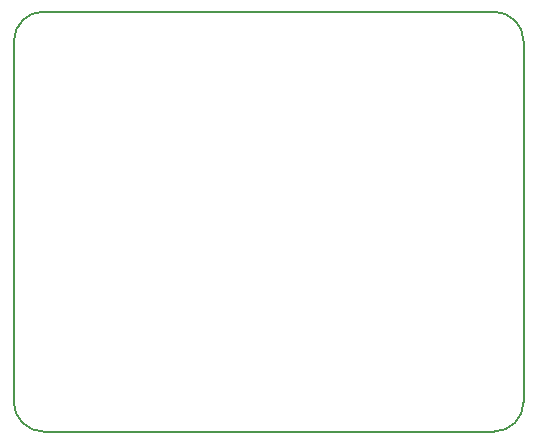
<source format=gbr>
G04 #@! TF.FileFunction,Profile,NP*
%FSLAX46Y46*%
G04 Gerber Fmt 4.6, Leading zero omitted, Abs format (unit mm)*
G04 Created by KiCad (PCBNEW 4.0.7-e2-6376~58~ubuntu16.04.1) date Fri Nov 24 11:23:52 2017*
%MOMM*%
%LPD*%
G01*
G04 APERTURE LIST*
%ADD10C,0.100000*%
%ADD11C,0.150000*%
G04 APERTURE END LIST*
D10*
D11*
X121920000Y-127000000D02*
X160020000Y-127000000D01*
X119380000Y-93980000D02*
X119380000Y-124460000D01*
X119380000Y-124460000D02*
G75*
G03X121920000Y-127000000I2540000J0D01*
G01*
X162560000Y-116840000D02*
X162560000Y-115570000D01*
X162560000Y-124460000D02*
X162560000Y-116840000D01*
X160020000Y-127000000D02*
G75*
G03X162560000Y-124460000I0J2540000D01*
G01*
X162560000Y-93980000D02*
X162560000Y-115570000D01*
X121920000Y-91440000D02*
X160020000Y-91440000D01*
X162560000Y-93980000D02*
G75*
G03X160020000Y-91440000I-2540000J0D01*
G01*
X121920000Y-91440000D02*
G75*
G03X119380000Y-93980000I0J-2540000D01*
G01*
M02*

</source>
